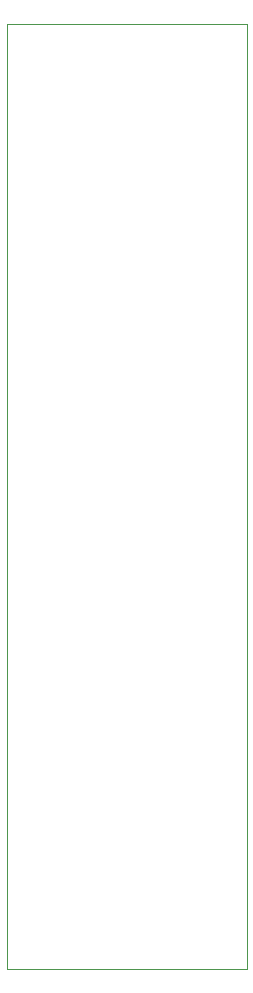
<source format=gm1>
%TF.GenerationSoftware,KiCad,Pcbnew,(5.1.10-1-10_14)*%
%TF.CreationDate,2021-11-05T10:02:52+11:00*%
%TF.ProjectId,bkm10iRduino_shield,626b6d31-3069-4526-9475-696e6f5f7368,rev?*%
%TF.SameCoordinates,Original*%
%TF.FileFunction,Profile,NP*%
%FSLAX46Y46*%
G04 Gerber Fmt 4.6, Leading zero omitted, Abs format (unit mm)*
G04 Created by KiCad (PCBNEW (5.1.10-1-10_14)) date 2021-11-05 10:02:52*
%MOMM*%
%LPD*%
G01*
G04 APERTURE LIST*
%TA.AperFunction,Profile*%
%ADD10C,0.100000*%
%TD*%
G04 APERTURE END LIST*
D10*
X177800000Y-49530000D02*
X177800000Y-129540000D01*
X157480000Y-49530000D02*
X177800000Y-49530000D01*
X157480000Y-129540000D02*
X157480000Y-49530000D01*
X177800000Y-129540000D02*
X157480000Y-129540000D01*
M02*

</source>
